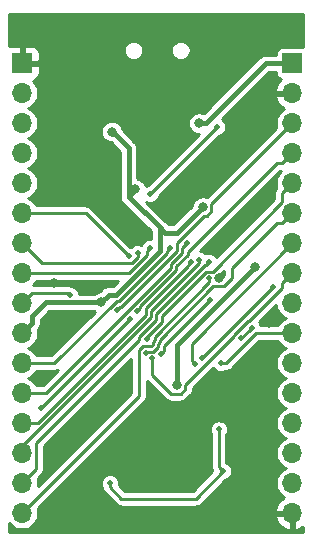
<source format=gbr>
G04 #@! TF.GenerationSoftware,KiCad,Pcbnew,(5.1.5)-3*
G04 #@! TF.CreationDate,2021-02-11T22:25:29+01:00*
G04 #@! TF.ProjectId,20210211_eduino,32303231-3032-4313-915f-656475696e6f,v1.0*
G04 #@! TF.SameCoordinates,Original*
G04 #@! TF.FileFunction,Copper,L4,Bot*
G04 #@! TF.FilePolarity,Positive*
%FSLAX46Y46*%
G04 Gerber Fmt 4.6, Leading zero omitted, Abs format (unit mm)*
G04 Created by KiCad (PCBNEW (5.1.5)-3) date 2021-02-11 22:25:29*
%MOMM*%
%LPD*%
G04 APERTURE LIST*
%ADD10O,1.700000X1.700000*%
%ADD11R,1.700000X1.700000*%
%ADD12C,0.800000*%
%ADD13C,0.500000*%
%ADD14C,0.400000*%
%ADD15C,0.250000*%
%ADD16C,0.254000*%
G04 APERTURE END LIST*
D10*
X160020000Y-130810000D03*
X160020000Y-128270000D03*
X160020000Y-125730000D03*
X160020000Y-123190000D03*
X160020000Y-120650000D03*
X160020000Y-118110000D03*
X160020000Y-115570000D03*
X160020000Y-113030000D03*
X160020000Y-110490000D03*
X160020000Y-107950000D03*
X160020000Y-105410000D03*
X160020000Y-102870000D03*
X160020000Y-100330000D03*
X160020000Y-97790000D03*
X160020000Y-95250000D03*
D11*
X160020000Y-92710000D03*
D10*
X137160000Y-130810000D03*
X137160000Y-128270000D03*
X137160000Y-125730000D03*
X137160000Y-123190000D03*
X137160000Y-120650000D03*
X137160000Y-118110000D03*
X137160000Y-115570000D03*
X137160000Y-113030000D03*
X137160000Y-110490000D03*
X137160000Y-107950000D03*
X137160000Y-105410000D03*
X137160000Y-102870000D03*
X137160000Y-100330000D03*
X137160000Y-97790000D03*
X137160000Y-95250000D03*
D11*
X137160000Y-92710000D03*
D12*
X143827500Y-112966500D03*
X152463500Y-104902000D03*
X146748500Y-103378000D03*
X156870400Y-109931200D03*
X150253610Y-119989600D03*
X144774990Y-98502862D03*
X153873200Y-110896400D03*
X156057600Y-117856000D03*
X150114000Y-126390400D03*
X156514800Y-126800000D03*
X158200000Y-123200000D03*
X147218400Y-122529600D03*
X152200000Y-122600000D03*
X139000000Y-119200000D03*
X141986000Y-123139200D03*
X139903200Y-124968000D03*
X147116800Y-131419600D03*
X149910800Y-131419600D03*
X155041600Y-131419600D03*
X158250000Y-129550000D03*
X141935200Y-131419600D03*
X152908000Y-119837200D03*
X142600000Y-127250000D03*
X147116800Y-126796800D03*
X141427200Y-103581200D03*
X144322800Y-102006400D03*
X142392400Y-100126800D03*
X156667200Y-104902000D03*
X157734000Y-97942400D03*
X157784800Y-95402400D03*
X155700000Y-99950000D03*
X139319000Y-95313500D03*
X157480000Y-90805000D03*
X155300000Y-89500000D03*
X139950000Y-89350000D03*
X143967200Y-91440000D03*
X153162000Y-91440000D03*
X142400000Y-95313500D03*
X154800000Y-93800000D03*
X158800000Y-116800000D03*
X148750000Y-98600000D03*
X139450000Y-114250000D03*
X139850000Y-111350000D03*
X158050000Y-114700000D03*
X139700000Y-131350000D03*
X155550000Y-121100000D03*
X145650000Y-120000000D03*
X138650000Y-116800000D03*
X139400000Y-127250000D03*
X154900000Y-97100000D03*
X159950000Y-89350000D03*
X152146000Y-97790000D03*
D13*
X153098500Y-112776000D03*
X148907500Y-117348000D03*
X153670000Y-98107500D03*
X148001059Y-103782015D03*
X154178000Y-127254000D03*
X153817000Y-123717000D03*
X144615000Y-128285000D03*
X146300000Y-114400000D03*
X138800000Y-121900000D03*
X149665892Y-108402243D03*
X151130000Y-107950000D03*
X151464526Y-109540621D03*
X152178090Y-109388187D03*
X152971501Y-109537500D03*
X153012514Y-110929645D03*
X156600000Y-115100000D03*
X155700000Y-116000000D03*
X147968488Y-108384078D03*
X146950410Y-108784794D03*
X146178798Y-109033787D03*
X153987500Y-118110000D03*
X152400000Y-117665500D03*
X158400000Y-111700000D03*
X151765000Y-118173500D03*
X148177278Y-117719135D03*
X147635902Y-117275369D03*
X147716488Y-116085847D03*
X146923565Y-113707711D03*
X145207529Y-113616522D03*
X141224782Y-112316490D03*
D14*
X150272750Y-107092750D02*
X150082250Y-107092750D01*
X150272750Y-107092750D02*
X152463500Y-104902000D01*
X146177000Y-103949500D02*
X146748500Y-103378000D01*
X146177000Y-104076500D02*
X146177000Y-103949500D01*
X156870400Y-109931200D02*
X150253610Y-116547990D01*
X150253610Y-119423915D02*
X150253610Y-119989600D01*
X150253610Y-116547990D02*
X150253610Y-119423915D01*
X150272750Y-107092750D02*
X149292750Y-107092750D01*
X149292750Y-107092750D02*
X149200000Y-107000000D01*
X149200000Y-107000000D02*
X148800000Y-106600000D01*
X148800000Y-106600000D02*
X146177000Y-104076500D01*
X145174989Y-98902861D02*
X144774990Y-98502862D01*
X146177000Y-104076500D02*
X146177000Y-99904872D01*
X146177000Y-99904872D02*
X145174989Y-98902861D01*
X144487199Y-112306801D02*
X145135490Y-112306801D01*
X143827500Y-112966500D02*
X144487199Y-112306801D01*
X145135490Y-112306801D02*
X148800000Y-108642291D01*
X148800000Y-108642291D02*
X148800000Y-106600000D01*
X143827500Y-112966500D02*
X139183500Y-112966500D01*
X138009999Y-114720001D02*
X137160000Y-115570000D01*
X138009999Y-114140001D02*
X138009999Y-114720001D01*
X139183500Y-112966500D02*
X138009999Y-114140001D01*
X152146000Y-97790000D02*
X152711685Y-97790000D01*
X158770000Y-92710000D02*
X160020000Y-92710000D01*
X157791685Y-92710000D02*
X158770000Y-92710000D01*
X152711685Y-97790000D02*
X157791685Y-92710000D01*
D15*
X152848501Y-113025999D02*
X153098500Y-112776000D01*
X152785001Y-113025999D02*
X152848501Y-113025999D01*
X149157499Y-116653501D02*
X152785001Y-113025999D01*
X149157499Y-117098001D02*
X149157499Y-116653501D01*
X148907500Y-117348000D02*
X149157499Y-117098001D01*
X153670000Y-98107500D02*
X148001059Y-103776441D01*
X148001059Y-103776441D02*
X148001059Y-103782015D01*
X153817000Y-126893000D02*
X154178000Y-127254000D01*
X153817000Y-123717000D02*
X153817000Y-126893000D01*
X146300000Y-114400000D02*
X146050001Y-114649999D01*
X146050001Y-114649999D02*
X138800000Y-121900000D01*
X144615000Y-128285000D02*
X144615000Y-128638553D01*
X151828500Y-129603500D02*
X151900000Y-129600000D01*
X145576447Y-129600000D02*
X151900000Y-129600000D01*
X144615000Y-128638553D02*
X145576447Y-129600000D01*
X151900000Y-129600000D02*
X154178000Y-127254000D01*
X139890500Y-118110000D02*
X145168688Y-112831812D01*
X149415893Y-108652242D02*
X149665892Y-108402243D01*
X137160000Y-118110000D02*
X139890500Y-118110000D01*
X145352956Y-112831812D02*
X149415893Y-108768875D01*
X145168688Y-112831812D02*
X145352956Y-112831812D01*
X149415893Y-108768875D02*
X149415893Y-108652242D01*
X137160000Y-120650000D02*
X139168088Y-120650000D01*
X139168088Y-120650000D02*
X149774531Y-110043557D01*
X149774531Y-109743204D02*
X150731640Y-108786095D01*
X150731640Y-108786095D02*
X150731640Y-108348360D01*
X149774531Y-110043557D02*
X149774531Y-109743204D01*
X150731640Y-108348360D02*
X150880001Y-108199999D01*
X150880001Y-108199999D02*
X151130000Y-107950000D01*
X151214527Y-109790620D02*
X151464526Y-109540621D01*
X151214527Y-109876381D02*
X151214527Y-109790620D01*
X147637500Y-113453408D02*
X151214527Y-109876381D01*
X147637500Y-114041011D02*
X147637500Y-113453408D01*
X138488511Y-123190000D02*
X147637500Y-114041011D01*
X137160000Y-123190000D02*
X138488511Y-123190000D01*
X152178090Y-109640245D02*
X152178090Y-109388187D01*
X148087511Y-113730824D02*
X152178090Y-109640245D01*
X148087511Y-114232399D02*
X148087511Y-113730824D01*
X137160000Y-125159910D02*
X148087511Y-114232399D01*
X137160000Y-125730000D02*
X137160000Y-125159910D01*
X152971501Y-109537500D02*
X152971501Y-109537499D01*
X137160000Y-128270000D02*
X138335001Y-127094999D01*
X138335001Y-127094999D02*
X138335001Y-124875320D01*
X138335001Y-124875320D02*
X147082533Y-116127788D01*
X147082533Y-116127788D02*
X147082533Y-115873789D01*
X147082533Y-115873789D02*
X148537522Y-114418799D01*
X148537522Y-114418799D02*
X148537522Y-113917224D01*
X152667247Y-109787499D02*
X152721502Y-109787499D01*
X148537522Y-113917224D02*
X152667247Y-109787499D01*
X152721502Y-109787499D02*
X152971501Y-109537500D01*
X137160000Y-130810000D02*
X147060900Y-120909100D01*
X147367519Y-116694122D02*
X148098056Y-116694122D01*
X148098056Y-116694122D02*
X148257477Y-116534701D01*
X148257477Y-116534701D02*
X148257477Y-116280701D01*
X148257477Y-116280701D02*
X148381339Y-116156839D01*
X148381339Y-116156839D02*
X148381339Y-115914373D01*
X148381339Y-115914373D02*
X153012514Y-111283198D01*
X153012514Y-111283198D02*
X153012514Y-110929645D01*
X147060900Y-117000741D02*
X147367519Y-116694122D01*
X147060900Y-120909100D02*
X147060900Y-117000741D01*
X156600000Y-115100000D02*
X156350001Y-115349999D01*
X156350001Y-115349999D02*
X155700000Y-116000000D01*
X147718489Y-108634077D02*
X147968488Y-108384078D01*
X147718489Y-108981325D02*
X147718489Y-108634077D01*
X137160000Y-110490000D02*
X146209814Y-110490000D01*
X146209814Y-110490000D02*
X147718489Y-108981325D01*
X146950410Y-109112993D02*
X146950410Y-108784794D01*
X146438423Y-109624980D02*
X146950410Y-109112993D01*
X138834980Y-109624980D02*
X146438423Y-109624980D01*
X137160000Y-107950000D02*
X138834980Y-109624980D01*
X142555011Y-105410000D02*
X146178798Y-109033787D01*
X137160000Y-105410000D02*
X142555011Y-105410000D01*
X156981002Y-115570000D02*
X154441002Y-118110000D01*
X154441002Y-118110000D02*
X154341053Y-118110000D01*
X160020000Y-115570000D02*
X156981002Y-115570000D01*
X154341053Y-118110000D02*
X153987500Y-118110000D01*
X152400000Y-117665500D02*
X158369000Y-111696500D01*
X158369000Y-111696500D02*
X158396500Y-111696500D01*
X158396500Y-111696500D02*
X158400000Y-111700000D01*
X151515001Y-116518499D02*
X151701500Y-116332000D01*
X151515001Y-117923501D02*
X151515001Y-116518499D01*
X151765000Y-118173500D02*
X151515001Y-117923501D01*
X160020000Y-107950000D02*
X151701500Y-116332000D01*
X159170001Y-111339999D02*
X159170001Y-111746501D01*
X150978611Y-119937891D02*
X150978611Y-120337601D01*
X148177278Y-118072688D02*
X148177278Y-117719135D01*
X159170001Y-111746501D02*
X156391503Y-114524999D01*
X150978611Y-120337601D02*
X150601611Y-120714601D01*
X155124999Y-115723999D02*
X155124999Y-115791503D01*
X156391503Y-114524999D02*
X156323999Y-114524999D01*
X155124999Y-115791503D02*
X150978611Y-119937891D01*
X148177278Y-119125880D02*
X148177278Y-118072688D01*
X156323999Y-114524999D02*
X155124999Y-115723999D01*
X149765999Y-120714601D02*
X148177278Y-119125880D01*
X150601611Y-120714601D02*
X149765999Y-120714601D01*
X160020000Y-110490000D02*
X159170001Y-111339999D01*
X160020000Y-105410000D02*
X159170001Y-106259999D01*
X159170001Y-106259999D02*
X158718391Y-106259999D01*
X148831350Y-116147040D02*
X148831350Y-116343239D01*
X147767138Y-117144133D02*
X147635902Y-117275369D01*
X148831350Y-116343239D02*
X148707488Y-116467101D01*
X153356989Y-111621401D02*
X148831350Y-116147040D01*
X148284456Y-117144133D02*
X147767138Y-117144133D01*
X148707488Y-116467101D02*
X148707488Y-116721101D01*
X154221201Y-111621401D02*
X153356989Y-111621401D01*
X148707488Y-116721101D02*
X148284456Y-117144133D01*
X154932624Y-110045766D02*
X154932624Y-110909978D01*
X154932624Y-110909978D02*
X154221201Y-111621401D01*
X158718391Y-106259999D02*
X154932624Y-110045766D01*
X160020000Y-102870000D02*
X159170001Y-103719999D01*
X159170001Y-103719999D02*
X159170001Y-104481999D01*
X159170001Y-104481999D02*
X153297356Y-110354644D01*
X153297356Y-110354644D02*
X152736513Y-110354644D01*
X152736513Y-110354644D02*
X148987533Y-114103624D01*
X148987533Y-114103624D02*
X148987533Y-114605200D01*
X148987533Y-114605200D02*
X147716488Y-115876245D01*
X147716488Y-115876245D02*
X147716488Y-116085847D01*
X151181651Y-108728079D02*
X151181651Y-108972494D01*
X147173564Y-113457712D02*
X146923565Y-113707711D01*
X147173564Y-113280935D02*
X147173564Y-113457712D01*
X150224542Y-110229957D02*
X147173564Y-113280935D01*
X150224542Y-109929603D02*
X150224542Y-110229957D01*
X151181651Y-108972494D02*
X150224542Y-109929603D01*
X158729731Y-101179999D02*
X151181651Y-108728079D01*
X159170001Y-101179999D02*
X158729731Y-101179999D01*
X160020000Y-100330000D02*
X159170001Y-101179999D01*
X153188502Y-105250002D02*
X152811502Y-105627002D01*
X145514801Y-113366523D02*
X145457528Y-113366523D01*
X153188502Y-104621498D02*
X153188502Y-105250002D01*
X160020000Y-97790000D02*
X153188502Y-104621498D01*
X150281629Y-107918371D02*
X150281629Y-108599695D01*
X152811502Y-105627002D02*
X152572998Y-105627002D01*
X152572998Y-105627002D02*
X150281629Y-107918371D01*
X150281629Y-108599695D02*
X145514801Y-113366523D01*
X145457528Y-113366523D02*
X145207529Y-113616522D01*
X137160000Y-113030000D02*
X138009999Y-112180001D01*
X141088293Y-112180001D02*
X141224782Y-112316490D01*
X138009999Y-112180001D02*
X141088293Y-112180001D01*
D16*
G36*
X158799718Y-116222254D02*
G01*
X158950414Y-116447787D01*
X159142213Y-116639586D01*
X159367746Y-116790282D01*
X159487776Y-116840000D01*
X159367746Y-116889718D01*
X159142213Y-117040414D01*
X158950414Y-117232213D01*
X158799718Y-117457746D01*
X158695917Y-117708344D01*
X158643000Y-117974377D01*
X158643000Y-118245623D01*
X158695917Y-118511656D01*
X158799718Y-118762254D01*
X158950414Y-118987787D01*
X159142213Y-119179586D01*
X159367746Y-119330282D01*
X159487776Y-119380000D01*
X159367746Y-119429718D01*
X159142213Y-119580414D01*
X158950414Y-119772213D01*
X158799718Y-119997746D01*
X158695917Y-120248344D01*
X158643000Y-120514377D01*
X158643000Y-120785623D01*
X158695917Y-121051656D01*
X158799718Y-121302254D01*
X158950414Y-121527787D01*
X159142213Y-121719586D01*
X159367746Y-121870282D01*
X159487776Y-121920000D01*
X159367746Y-121969718D01*
X159142213Y-122120414D01*
X158950414Y-122312213D01*
X158799718Y-122537746D01*
X158695917Y-122788344D01*
X158643000Y-123054377D01*
X158643000Y-123325623D01*
X158695917Y-123591656D01*
X158799718Y-123842254D01*
X158950414Y-124067787D01*
X159142213Y-124259586D01*
X159367746Y-124410282D01*
X159487776Y-124460000D01*
X159367746Y-124509718D01*
X159142213Y-124660414D01*
X158950414Y-124852213D01*
X158799718Y-125077746D01*
X158695917Y-125328344D01*
X158643000Y-125594377D01*
X158643000Y-125865623D01*
X158695917Y-126131656D01*
X158799718Y-126382254D01*
X158950414Y-126607787D01*
X159142213Y-126799586D01*
X159367746Y-126950282D01*
X159487776Y-127000000D01*
X159367746Y-127049718D01*
X159142213Y-127200414D01*
X158950414Y-127392213D01*
X158799718Y-127617746D01*
X158695917Y-127868344D01*
X158643000Y-128134377D01*
X158643000Y-128405623D01*
X158695917Y-128671656D01*
X158799718Y-128922254D01*
X158950414Y-129147787D01*
X159142213Y-129339586D01*
X159358308Y-129483975D01*
X159138645Y-129614822D01*
X158922412Y-129809731D01*
X158748359Y-130043080D01*
X158623175Y-130305901D01*
X158578524Y-130453110D01*
X158699845Y-130683000D01*
X159893000Y-130683000D01*
X159893000Y-130663000D01*
X160147000Y-130663000D01*
X160147000Y-130683000D01*
X160167000Y-130683000D01*
X160167000Y-130937000D01*
X160147000Y-130937000D01*
X160147000Y-132130814D01*
X160376891Y-132251481D01*
X160651252Y-132154157D01*
X160901355Y-132005178D01*
X160948001Y-131963132D01*
X160948001Y-132448000D01*
X136052000Y-132448000D01*
X136052000Y-131630296D01*
X136090414Y-131687787D01*
X136282213Y-131879586D01*
X136507746Y-132030282D01*
X136758344Y-132134083D01*
X137024377Y-132187000D01*
X137295623Y-132187000D01*
X137561656Y-132134083D01*
X137812254Y-132030282D01*
X138037787Y-131879586D01*
X138229586Y-131687787D01*
X138380282Y-131462254D01*
X138484083Y-131211656D01*
X138492987Y-131166890D01*
X158578524Y-131166890D01*
X158623175Y-131314099D01*
X158748359Y-131576920D01*
X158922412Y-131810269D01*
X159138645Y-132005178D01*
X159388748Y-132154157D01*
X159663109Y-132251481D01*
X159893000Y-132130814D01*
X159893000Y-130937000D01*
X158699845Y-130937000D01*
X158578524Y-131166890D01*
X138492987Y-131166890D01*
X138537000Y-130945623D01*
X138537000Y-130674377D01*
X138484083Y-130408344D01*
X138483977Y-130408089D01*
X140683594Y-128208472D01*
X143838000Y-128208472D01*
X143838000Y-128361528D01*
X143867859Y-128511643D01*
X143926431Y-128653048D01*
X143967298Y-128714209D01*
X143972435Y-128766367D01*
X144009717Y-128889270D01*
X144070259Y-129002537D01*
X144151737Y-129101817D01*
X144176614Y-129122233D01*
X145092767Y-130038387D01*
X145113183Y-130063264D01*
X145212463Y-130144741D01*
X145325730Y-130205283D01*
X145448632Y-130242565D01*
X145461274Y-130243810D01*
X145544425Y-130252000D01*
X145544432Y-130252000D01*
X145576446Y-130255153D01*
X145608461Y-130252000D01*
X151741485Y-130252000D01*
X151828395Y-130256285D01*
X151888711Y-130253333D01*
X151909633Y-130255083D01*
X151952706Y-130250200D01*
X151963862Y-130249654D01*
X151979771Y-130247297D01*
X152027814Y-130242565D01*
X152032443Y-130241161D01*
X152037249Y-130240616D01*
X152047959Y-130237194D01*
X152059078Y-130235547D01*
X152104516Y-130219298D01*
X152150717Y-130205283D01*
X152154984Y-130203002D01*
X152159589Y-130201531D01*
X152169427Y-130196085D01*
X152180011Y-130192300D01*
X152221401Y-130167502D01*
X152263984Y-130144741D01*
X152267728Y-130141668D01*
X152271954Y-130139329D01*
X152280536Y-130132072D01*
X152290182Y-130126293D01*
X152325942Y-130093893D01*
X152363264Y-130063264D01*
X152373458Y-130050842D01*
X152385360Y-130040059D01*
X152397866Y-130023202D01*
X154350947Y-128011822D01*
X154404643Y-128001141D01*
X154546048Y-127942569D01*
X154673309Y-127857536D01*
X154781536Y-127749309D01*
X154866569Y-127622048D01*
X154925141Y-127480643D01*
X154955000Y-127330528D01*
X154955000Y-127177472D01*
X154925141Y-127027357D01*
X154866569Y-126885952D01*
X154781536Y-126758691D01*
X154673309Y-126650464D01*
X154546048Y-126565431D01*
X154469000Y-126533517D01*
X154469000Y-124139777D01*
X154505569Y-124085048D01*
X154564141Y-123943643D01*
X154594000Y-123793528D01*
X154594000Y-123640472D01*
X154564141Y-123490357D01*
X154505569Y-123348952D01*
X154420536Y-123221691D01*
X154312309Y-123113464D01*
X154185048Y-123028431D01*
X154043643Y-122969859D01*
X153893528Y-122940000D01*
X153740472Y-122940000D01*
X153590357Y-122969859D01*
X153448952Y-123028431D01*
X153321691Y-123113464D01*
X153213464Y-123221691D01*
X153128431Y-123348952D01*
X153069859Y-123490357D01*
X153040000Y-123640472D01*
X153040000Y-123793528D01*
X153069859Y-123943643D01*
X153128431Y-124085048D01*
X153165000Y-124139778D01*
X153165001Y-126860968D01*
X153161846Y-126893000D01*
X153174435Y-127020814D01*
X153211717Y-127143716D01*
X153211718Y-127143717D01*
X153270144Y-127253026D01*
X151624300Y-128948000D01*
X145846514Y-128948000D01*
X145370107Y-128471594D01*
X145392000Y-128361528D01*
X145392000Y-128208472D01*
X145362141Y-128058357D01*
X145303569Y-127916952D01*
X145218536Y-127789691D01*
X145110309Y-127681464D01*
X144983048Y-127596431D01*
X144841643Y-127537859D01*
X144691528Y-127508000D01*
X144538472Y-127508000D01*
X144388357Y-127537859D01*
X144246952Y-127596431D01*
X144119691Y-127681464D01*
X144011464Y-127789691D01*
X143926431Y-127916952D01*
X143867859Y-128058357D01*
X143838000Y-128208472D01*
X140683594Y-128208472D01*
X147499288Y-121392779D01*
X147524164Y-121372364D01*
X147605641Y-121273084D01*
X147666183Y-121159817D01*
X147680305Y-121113263D01*
X147703465Y-121036915D01*
X147716054Y-120909101D01*
X147712900Y-120877079D01*
X147712900Y-119587787D01*
X147714014Y-119589144D01*
X147738897Y-119609565D01*
X149282319Y-121152988D01*
X149302735Y-121177865D01*
X149402015Y-121259342D01*
X149515282Y-121319884D01*
X149576734Y-121338525D01*
X149638184Y-121357166D01*
X149765999Y-121369755D01*
X149798021Y-121366601D01*
X150569589Y-121366601D01*
X150601611Y-121369755D01*
X150633633Y-121366601D01*
X150729425Y-121357166D01*
X150852328Y-121319884D01*
X150965595Y-121259342D01*
X151064875Y-121177865D01*
X151085296Y-121152982D01*
X151416992Y-120821286D01*
X151441875Y-120800865D01*
X151523352Y-120701585D01*
X151583894Y-120588318D01*
X151621176Y-120465415D01*
X151627505Y-120401154D01*
X151633765Y-120337601D01*
X151630611Y-120305579D01*
X151630611Y-120207957D01*
X153323600Y-118514968D01*
X153383964Y-118605309D01*
X153492191Y-118713536D01*
X153619452Y-118798569D01*
X153760857Y-118857141D01*
X153910972Y-118887000D01*
X154064028Y-118887000D01*
X154214143Y-118857141D01*
X154355548Y-118798569D01*
X154410111Y-118762111D01*
X154441002Y-118765154D01*
X154473024Y-118762000D01*
X154568816Y-118752565D01*
X154691719Y-118715283D01*
X154804986Y-118654741D01*
X154904266Y-118573264D01*
X154924687Y-118548381D01*
X157251069Y-116222000D01*
X158799613Y-116222000D01*
X158799718Y-116222254D01*
G37*
X158799718Y-116222254D02*
X158950414Y-116447787D01*
X159142213Y-116639586D01*
X159367746Y-116790282D01*
X159487776Y-116840000D01*
X159367746Y-116889718D01*
X159142213Y-117040414D01*
X158950414Y-117232213D01*
X158799718Y-117457746D01*
X158695917Y-117708344D01*
X158643000Y-117974377D01*
X158643000Y-118245623D01*
X158695917Y-118511656D01*
X158799718Y-118762254D01*
X158950414Y-118987787D01*
X159142213Y-119179586D01*
X159367746Y-119330282D01*
X159487776Y-119380000D01*
X159367746Y-119429718D01*
X159142213Y-119580414D01*
X158950414Y-119772213D01*
X158799718Y-119997746D01*
X158695917Y-120248344D01*
X158643000Y-120514377D01*
X158643000Y-120785623D01*
X158695917Y-121051656D01*
X158799718Y-121302254D01*
X158950414Y-121527787D01*
X159142213Y-121719586D01*
X159367746Y-121870282D01*
X159487776Y-121920000D01*
X159367746Y-121969718D01*
X159142213Y-122120414D01*
X158950414Y-122312213D01*
X158799718Y-122537746D01*
X158695917Y-122788344D01*
X158643000Y-123054377D01*
X158643000Y-123325623D01*
X158695917Y-123591656D01*
X158799718Y-123842254D01*
X158950414Y-124067787D01*
X159142213Y-124259586D01*
X159367746Y-124410282D01*
X159487776Y-124460000D01*
X159367746Y-124509718D01*
X159142213Y-124660414D01*
X158950414Y-124852213D01*
X158799718Y-125077746D01*
X158695917Y-125328344D01*
X158643000Y-125594377D01*
X158643000Y-125865623D01*
X158695917Y-126131656D01*
X158799718Y-126382254D01*
X158950414Y-126607787D01*
X159142213Y-126799586D01*
X159367746Y-126950282D01*
X159487776Y-127000000D01*
X159367746Y-127049718D01*
X159142213Y-127200414D01*
X158950414Y-127392213D01*
X158799718Y-127617746D01*
X158695917Y-127868344D01*
X158643000Y-128134377D01*
X158643000Y-128405623D01*
X158695917Y-128671656D01*
X158799718Y-128922254D01*
X158950414Y-129147787D01*
X159142213Y-129339586D01*
X159358308Y-129483975D01*
X159138645Y-129614822D01*
X158922412Y-129809731D01*
X158748359Y-130043080D01*
X158623175Y-130305901D01*
X158578524Y-130453110D01*
X158699845Y-130683000D01*
X159893000Y-130683000D01*
X159893000Y-130663000D01*
X160147000Y-130663000D01*
X160147000Y-130683000D01*
X160167000Y-130683000D01*
X160167000Y-130937000D01*
X160147000Y-130937000D01*
X160147000Y-132130814D01*
X160376891Y-132251481D01*
X160651252Y-132154157D01*
X160901355Y-132005178D01*
X160948001Y-131963132D01*
X160948001Y-132448000D01*
X136052000Y-132448000D01*
X136052000Y-131630296D01*
X136090414Y-131687787D01*
X136282213Y-131879586D01*
X136507746Y-132030282D01*
X136758344Y-132134083D01*
X137024377Y-132187000D01*
X137295623Y-132187000D01*
X137561656Y-132134083D01*
X137812254Y-132030282D01*
X138037787Y-131879586D01*
X138229586Y-131687787D01*
X138380282Y-131462254D01*
X138484083Y-131211656D01*
X138492987Y-131166890D01*
X158578524Y-131166890D01*
X158623175Y-131314099D01*
X158748359Y-131576920D01*
X158922412Y-131810269D01*
X159138645Y-132005178D01*
X159388748Y-132154157D01*
X159663109Y-132251481D01*
X159893000Y-132130814D01*
X159893000Y-130937000D01*
X158699845Y-130937000D01*
X158578524Y-131166890D01*
X138492987Y-131166890D01*
X138537000Y-130945623D01*
X138537000Y-130674377D01*
X138484083Y-130408344D01*
X138483977Y-130408089D01*
X140683594Y-128208472D01*
X143838000Y-128208472D01*
X143838000Y-128361528D01*
X143867859Y-128511643D01*
X143926431Y-128653048D01*
X143967298Y-128714209D01*
X143972435Y-128766367D01*
X144009717Y-128889270D01*
X144070259Y-129002537D01*
X144151737Y-129101817D01*
X144176614Y-129122233D01*
X145092767Y-130038387D01*
X145113183Y-130063264D01*
X145212463Y-130144741D01*
X145325730Y-130205283D01*
X145448632Y-130242565D01*
X145461274Y-130243810D01*
X145544425Y-130252000D01*
X145544432Y-130252000D01*
X145576446Y-130255153D01*
X145608461Y-130252000D01*
X151741485Y-130252000D01*
X151828395Y-130256285D01*
X151888711Y-130253333D01*
X151909633Y-130255083D01*
X151952706Y-130250200D01*
X151963862Y-130249654D01*
X151979771Y-130247297D01*
X152027814Y-130242565D01*
X152032443Y-130241161D01*
X152037249Y-130240616D01*
X152047959Y-130237194D01*
X152059078Y-130235547D01*
X152104516Y-130219298D01*
X152150717Y-130205283D01*
X152154984Y-130203002D01*
X152159589Y-130201531D01*
X152169427Y-130196085D01*
X152180011Y-130192300D01*
X152221401Y-130167502D01*
X152263984Y-130144741D01*
X152267728Y-130141668D01*
X152271954Y-130139329D01*
X152280536Y-130132072D01*
X152290182Y-130126293D01*
X152325942Y-130093893D01*
X152363264Y-130063264D01*
X152373458Y-130050842D01*
X152385360Y-130040059D01*
X152397866Y-130023202D01*
X154350947Y-128011822D01*
X154404643Y-128001141D01*
X154546048Y-127942569D01*
X154673309Y-127857536D01*
X154781536Y-127749309D01*
X154866569Y-127622048D01*
X154925141Y-127480643D01*
X154955000Y-127330528D01*
X154955000Y-127177472D01*
X154925141Y-127027357D01*
X154866569Y-126885952D01*
X154781536Y-126758691D01*
X154673309Y-126650464D01*
X154546048Y-126565431D01*
X154469000Y-126533517D01*
X154469000Y-124139777D01*
X154505569Y-124085048D01*
X154564141Y-123943643D01*
X154594000Y-123793528D01*
X154594000Y-123640472D01*
X154564141Y-123490357D01*
X154505569Y-123348952D01*
X154420536Y-123221691D01*
X154312309Y-123113464D01*
X154185048Y-123028431D01*
X154043643Y-122969859D01*
X153893528Y-122940000D01*
X153740472Y-122940000D01*
X153590357Y-122969859D01*
X153448952Y-123028431D01*
X153321691Y-123113464D01*
X153213464Y-123221691D01*
X153128431Y-123348952D01*
X153069859Y-123490357D01*
X153040000Y-123640472D01*
X153040000Y-123793528D01*
X153069859Y-123943643D01*
X153128431Y-124085048D01*
X153165000Y-124139778D01*
X153165001Y-126860968D01*
X153161846Y-126893000D01*
X153174435Y-127020814D01*
X153211717Y-127143716D01*
X153211718Y-127143717D01*
X153270144Y-127253026D01*
X151624300Y-128948000D01*
X145846514Y-128948000D01*
X145370107Y-128471594D01*
X145392000Y-128361528D01*
X145392000Y-128208472D01*
X145362141Y-128058357D01*
X145303569Y-127916952D01*
X145218536Y-127789691D01*
X145110309Y-127681464D01*
X144983048Y-127596431D01*
X144841643Y-127537859D01*
X144691528Y-127508000D01*
X144538472Y-127508000D01*
X144388357Y-127537859D01*
X144246952Y-127596431D01*
X144119691Y-127681464D01*
X144011464Y-127789691D01*
X143926431Y-127916952D01*
X143867859Y-128058357D01*
X143838000Y-128208472D01*
X140683594Y-128208472D01*
X147499288Y-121392779D01*
X147524164Y-121372364D01*
X147605641Y-121273084D01*
X147666183Y-121159817D01*
X147680305Y-121113263D01*
X147703465Y-121036915D01*
X147716054Y-120909101D01*
X147712900Y-120877079D01*
X147712900Y-119587787D01*
X147714014Y-119589144D01*
X147738897Y-119609565D01*
X149282319Y-121152988D01*
X149302735Y-121177865D01*
X149402015Y-121259342D01*
X149515282Y-121319884D01*
X149576734Y-121338525D01*
X149638184Y-121357166D01*
X149765999Y-121369755D01*
X149798021Y-121366601D01*
X150569589Y-121366601D01*
X150601611Y-121369755D01*
X150633633Y-121366601D01*
X150729425Y-121357166D01*
X150852328Y-121319884D01*
X150965595Y-121259342D01*
X151064875Y-121177865D01*
X151085296Y-121152982D01*
X151416992Y-120821286D01*
X151441875Y-120800865D01*
X151523352Y-120701585D01*
X151583894Y-120588318D01*
X151621176Y-120465415D01*
X151627505Y-120401154D01*
X151633765Y-120337601D01*
X151630611Y-120305579D01*
X151630611Y-120207957D01*
X153323600Y-118514968D01*
X153383964Y-118605309D01*
X153492191Y-118713536D01*
X153619452Y-118798569D01*
X153760857Y-118857141D01*
X153910972Y-118887000D01*
X154064028Y-118887000D01*
X154214143Y-118857141D01*
X154355548Y-118798569D01*
X154410111Y-118762111D01*
X154441002Y-118765154D01*
X154473024Y-118762000D01*
X154568816Y-118752565D01*
X154691719Y-118715283D01*
X154804986Y-118654741D01*
X154904266Y-118573264D01*
X154924687Y-118548381D01*
X157251069Y-116222000D01*
X158799613Y-116222000D01*
X158799718Y-116222254D01*
G36*
X146408900Y-120639033D02*
G01*
X138510851Y-128537083D01*
X138537000Y-128405623D01*
X138537000Y-128134377D01*
X138484083Y-127868344D01*
X138483977Y-127868089D01*
X138773389Y-127578678D01*
X138798265Y-127558263D01*
X138879742Y-127458983D01*
X138940284Y-127345716D01*
X138944891Y-127330528D01*
X138977566Y-127222814D01*
X138982032Y-127177472D01*
X138987001Y-127127021D01*
X138987001Y-127127014D01*
X138990154Y-127095000D01*
X138987001Y-127062985D01*
X138987001Y-125145386D01*
X146408901Y-117723487D01*
X146408900Y-120639033D01*
G37*
X146408900Y-120639033D02*
X138510851Y-128537083D01*
X138537000Y-128405623D01*
X138537000Y-128134377D01*
X138484083Y-127868344D01*
X138483977Y-127868089D01*
X138773389Y-127578678D01*
X138798265Y-127558263D01*
X138879742Y-127458983D01*
X138940284Y-127345716D01*
X138944891Y-127330528D01*
X138977566Y-127222814D01*
X138982032Y-127177472D01*
X138987001Y-127127021D01*
X138987001Y-127127014D01*
X138990154Y-127095000D01*
X138987001Y-127062985D01*
X138987001Y-125145386D01*
X146408901Y-117723487D01*
X146408900Y-120639033D01*
G36*
X138898022Y-119998000D02*
G01*
X138380387Y-119998000D01*
X138380282Y-119997746D01*
X138229586Y-119772213D01*
X138037787Y-119580414D01*
X137812254Y-119429718D01*
X137692224Y-119380000D01*
X137812254Y-119330282D01*
X138037787Y-119179586D01*
X138229586Y-118987787D01*
X138380282Y-118762254D01*
X138380387Y-118762000D01*
X139858478Y-118762000D01*
X139890500Y-118765154D01*
X139922522Y-118762000D01*
X140018314Y-118752565D01*
X140141217Y-118715283D01*
X140226120Y-118669902D01*
X138898022Y-119998000D01*
G37*
X138898022Y-119998000D02*
X138380387Y-119998000D01*
X138380282Y-119997746D01*
X138229586Y-119772213D01*
X138037787Y-119580414D01*
X137812254Y-119429718D01*
X137692224Y-119380000D01*
X137812254Y-119330282D01*
X138037787Y-119179586D01*
X138229586Y-118987787D01*
X138380282Y-118762254D01*
X138380387Y-118762000D01*
X139858478Y-118762000D01*
X139890500Y-118765154D01*
X139922522Y-118762000D01*
X140018314Y-118752565D01*
X140141217Y-118715283D01*
X140226120Y-118669902D01*
X138898022Y-119998000D01*
G36*
X143329676Y-113748757D02*
G01*
X139620434Y-117458000D01*
X138380387Y-117458000D01*
X138380282Y-117457746D01*
X138229586Y-117232213D01*
X138037787Y-117040414D01*
X137812254Y-116889718D01*
X137692224Y-116840000D01*
X137812254Y-116790282D01*
X138037787Y-116639586D01*
X138229586Y-116447787D01*
X138380282Y-116222254D01*
X138484083Y-115971656D01*
X138537000Y-115705623D01*
X138537000Y-115434377D01*
X138501707Y-115256945D01*
X138526553Y-115236555D01*
X138617402Y-115125854D01*
X138684909Y-114999558D01*
X138709726Y-114917746D01*
X138726479Y-114862519D01*
X138740516Y-114720002D01*
X138736999Y-114684294D01*
X138736999Y-114441133D01*
X139484633Y-113693500D01*
X143246976Y-113693500D01*
X143329676Y-113748757D01*
G37*
X143329676Y-113748757D02*
X139620434Y-117458000D01*
X138380387Y-117458000D01*
X138380282Y-117457746D01*
X138229586Y-117232213D01*
X138037787Y-117040414D01*
X137812254Y-116889718D01*
X137692224Y-116840000D01*
X137812254Y-116790282D01*
X138037787Y-116639586D01*
X138229586Y-116447787D01*
X138380282Y-116222254D01*
X138484083Y-115971656D01*
X138537000Y-115705623D01*
X138537000Y-115434377D01*
X138501707Y-115256945D01*
X138526553Y-115236555D01*
X138617402Y-115125854D01*
X138684909Y-114999558D01*
X138709726Y-114917746D01*
X138726479Y-114862519D01*
X138740516Y-114720002D01*
X138736999Y-114684294D01*
X138736999Y-114441133D01*
X139484633Y-113693500D01*
X143246976Y-113693500D01*
X143329676Y-113748757D01*
G36*
X158695917Y-113431656D02*
G01*
X158799718Y-113682254D01*
X158950414Y-113907787D01*
X159142213Y-114099586D01*
X159367746Y-114250282D01*
X159487776Y-114300000D01*
X159367746Y-114349718D01*
X159142213Y-114500414D01*
X158950414Y-114692213D01*
X158799718Y-114917746D01*
X158799613Y-114918000D01*
X157356021Y-114918000D01*
X157347141Y-114873357D01*
X157288569Y-114731952D01*
X157215689Y-114622879D01*
X158647968Y-113190600D01*
X158695917Y-113431656D01*
G37*
X158695917Y-113431656D02*
X158799718Y-113682254D01*
X158950414Y-113907787D01*
X159142213Y-114099586D01*
X159367746Y-114250282D01*
X159487776Y-114300000D01*
X159367746Y-114349718D01*
X159142213Y-114500414D01*
X158950414Y-114692213D01*
X158799718Y-114917746D01*
X158799613Y-114918000D01*
X157356021Y-114918000D01*
X157347141Y-114873357D01*
X157288569Y-114731952D01*
X157215689Y-114622879D01*
X158647968Y-113190600D01*
X158695917Y-113431656D01*
G36*
X144834358Y-111579801D02*
G01*
X144522904Y-111579801D01*
X144487198Y-111576284D01*
X144451493Y-111579801D01*
X144451491Y-111579801D01*
X144344682Y-111590321D01*
X144207642Y-111631891D01*
X144081346Y-111699398D01*
X143970645Y-111790247D01*
X143947878Y-111817990D01*
X143723926Y-112041941D01*
X143557104Y-112075124D01*
X143388401Y-112145004D01*
X143246976Y-112239500D01*
X142001690Y-112239500D01*
X141971923Y-112089847D01*
X141913351Y-111948442D01*
X141828318Y-111821181D01*
X141720091Y-111712954D01*
X141592830Y-111627921D01*
X141451425Y-111569349D01*
X141301310Y-111539490D01*
X141222878Y-111539490D01*
X141216107Y-111537436D01*
X141120315Y-111528001D01*
X141088293Y-111524847D01*
X141056271Y-111528001D01*
X138069372Y-111528001D01*
X138229586Y-111367787D01*
X138380282Y-111142254D01*
X138380387Y-111142000D01*
X145272159Y-111142000D01*
X144834358Y-111579801D01*
G37*
X144834358Y-111579801D02*
X144522904Y-111579801D01*
X144487198Y-111576284D01*
X144451493Y-111579801D01*
X144451491Y-111579801D01*
X144344682Y-111590321D01*
X144207642Y-111631891D01*
X144081346Y-111699398D01*
X143970645Y-111790247D01*
X143947878Y-111817990D01*
X143723926Y-112041941D01*
X143557104Y-112075124D01*
X143388401Y-112145004D01*
X143246976Y-112239500D01*
X142001690Y-112239500D01*
X141971923Y-112089847D01*
X141913351Y-111948442D01*
X141828318Y-111821181D01*
X141720091Y-111712954D01*
X141592830Y-111627921D01*
X141451425Y-111569349D01*
X141301310Y-111539490D01*
X141222878Y-111539490D01*
X141216107Y-111537436D01*
X141120315Y-111528001D01*
X141088293Y-111524847D01*
X141056271Y-111528001D01*
X138069372Y-111528001D01*
X138229586Y-111367787D01*
X138380282Y-111142254D01*
X138380387Y-111142000D01*
X145272159Y-111142000D01*
X144834358Y-111579801D01*
G36*
X154280624Y-110639911D02*
G01*
X153951135Y-110969401D01*
X153789514Y-110969401D01*
X153789514Y-110853117D01*
X153778240Y-110796438D01*
X153781041Y-110793025D01*
X154280624Y-110293442D01*
X154280624Y-110639911D01*
G37*
X154280624Y-110639911D02*
X153951135Y-110969401D01*
X153789514Y-110969401D01*
X153789514Y-110853117D01*
X153778240Y-110796438D01*
X153781041Y-110793025D01*
X154280624Y-110293442D01*
X154280624Y-110639911D01*
G36*
X158950414Y-101992213D02*
G01*
X158799718Y-102217746D01*
X158695917Y-102468344D01*
X158643000Y-102734377D01*
X158643000Y-103005623D01*
X158695639Y-103270258D01*
X158625260Y-103356016D01*
X158569315Y-103460683D01*
X158564718Y-103469283D01*
X158527436Y-103592185D01*
X158514847Y-103719999D01*
X158518001Y-103752021D01*
X158518001Y-104211932D01*
X153620181Y-109109753D01*
X153575037Y-109042191D01*
X153466810Y-108933964D01*
X153339549Y-108848931D01*
X153198144Y-108790359D01*
X153048029Y-108760500D01*
X152894973Y-108760500D01*
X152744858Y-108790359D01*
X152698365Y-108809617D01*
X152673399Y-108784651D01*
X152546138Y-108699618D01*
X152404733Y-108641046D01*
X152254618Y-108611187D01*
X152220609Y-108611187D01*
X158999798Y-101831999D01*
X159110628Y-101831999D01*
X158950414Y-101992213D01*
G37*
X158950414Y-101992213D02*
X158799718Y-102217746D01*
X158695917Y-102468344D01*
X158643000Y-102734377D01*
X158643000Y-103005623D01*
X158695639Y-103270258D01*
X158625260Y-103356016D01*
X158569315Y-103460683D01*
X158564718Y-103469283D01*
X158527436Y-103592185D01*
X158514847Y-103719999D01*
X158518001Y-103752021D01*
X158518001Y-104211932D01*
X153620181Y-109109753D01*
X153575037Y-109042191D01*
X153466810Y-108933964D01*
X153339549Y-108848931D01*
X153198144Y-108790359D01*
X153048029Y-108760500D01*
X152894973Y-108760500D01*
X152744858Y-108790359D01*
X152698365Y-108809617D01*
X152673399Y-108784651D01*
X152546138Y-108699618D01*
X152404733Y-108641046D01*
X152254618Y-108611187D01*
X152220609Y-108611187D01*
X158999798Y-101831999D01*
X159110628Y-101831999D01*
X158950414Y-101992213D01*
G36*
X160948000Y-91338133D02*
G01*
X160870000Y-91330451D01*
X159170000Y-91330451D01*
X159066690Y-91340626D01*
X158967350Y-91370761D01*
X158875798Y-91419696D01*
X158795552Y-91485552D01*
X158729696Y-91565798D01*
X158680761Y-91657350D01*
X158650626Y-91756690D01*
X158640451Y-91860000D01*
X158640451Y-91983000D01*
X157827393Y-91983000D01*
X157791685Y-91979483D01*
X157649167Y-91993520D01*
X157572650Y-92016731D01*
X157512128Y-92035090D01*
X157385832Y-92102597D01*
X157275131Y-92193446D01*
X157252368Y-92221183D01*
X152528495Y-96945058D01*
X152416396Y-96898624D01*
X152237301Y-96863000D01*
X152054699Y-96863000D01*
X151875604Y-96898624D01*
X151706901Y-96968504D01*
X151555072Y-97069952D01*
X151425952Y-97199072D01*
X151324504Y-97350901D01*
X151254624Y-97519604D01*
X151219000Y-97698699D01*
X151219000Y-97881301D01*
X151254624Y-98060396D01*
X151324504Y-98229099D01*
X151425952Y-98380928D01*
X151555072Y-98510048D01*
X151706901Y-98611496D01*
X151875604Y-98681376D01*
X152054699Y-98717000D01*
X152138433Y-98717000D01*
X147832017Y-103023417D01*
X147774416Y-103034874D01*
X147633865Y-103093092D01*
X147569996Y-102938901D01*
X147468548Y-102787072D01*
X147339428Y-102657952D01*
X147187599Y-102556504D01*
X147018896Y-102486624D01*
X146904000Y-102463770D01*
X146904000Y-99940580D01*
X146907517Y-99904872D01*
X146893480Y-99762354D01*
X146851910Y-99625315D01*
X146826497Y-99577771D01*
X146784403Y-99499019D01*
X146693554Y-99388318D01*
X146665812Y-99365551D01*
X145699549Y-98399289D01*
X145666366Y-98232466D01*
X145596486Y-98063763D01*
X145495038Y-97911934D01*
X145365918Y-97782814D01*
X145214089Y-97681366D01*
X145045386Y-97611486D01*
X144866291Y-97575862D01*
X144683689Y-97575862D01*
X144504594Y-97611486D01*
X144335891Y-97681366D01*
X144184062Y-97782814D01*
X144054942Y-97911934D01*
X143953494Y-98063763D01*
X143883614Y-98232466D01*
X143847990Y-98411561D01*
X143847990Y-98594163D01*
X143883614Y-98773258D01*
X143953494Y-98941961D01*
X144054942Y-99093790D01*
X144184062Y-99222910D01*
X144335891Y-99324358D01*
X144504594Y-99394238D01*
X144671417Y-99427421D01*
X145450001Y-100206006D01*
X145450000Y-103913792D01*
X145446483Y-103949500D01*
X145450000Y-103985208D01*
X145450000Y-104047829D01*
X145446619Y-104090620D01*
X145454191Y-104154763D01*
X145460520Y-104219016D01*
X145462578Y-104225800D01*
X145463409Y-104232840D01*
X145483344Y-104294259D01*
X145502090Y-104356056D01*
X145505432Y-104362308D01*
X145507620Y-104369050D01*
X145539158Y-104425405D01*
X145569597Y-104482352D01*
X145574094Y-104487831D01*
X145577556Y-104494018D01*
X145619464Y-104543116D01*
X145660446Y-104593053D01*
X145693633Y-104620289D01*
X148073001Y-106909400D01*
X148073001Y-107612644D01*
X148045016Y-107607078D01*
X147891960Y-107607078D01*
X147741845Y-107636937D01*
X147600440Y-107695509D01*
X147473179Y-107780542D01*
X147364952Y-107888769D01*
X147279919Y-108016030D01*
X147257210Y-108070855D01*
X147177053Y-108037653D01*
X147026938Y-108007794D01*
X146873882Y-108007794D01*
X146723767Y-108037653D01*
X146582362Y-108096225D01*
X146455101Y-108181258D01*
X146358959Y-108277400D01*
X146340883Y-108273805D01*
X143038696Y-104971619D01*
X143018275Y-104946736D01*
X142918995Y-104865259D01*
X142805728Y-104804717D01*
X142682825Y-104767435D01*
X142587033Y-104758000D01*
X142555011Y-104754846D01*
X142522989Y-104758000D01*
X138380387Y-104758000D01*
X138380282Y-104757746D01*
X138229586Y-104532213D01*
X138037787Y-104340414D01*
X137812254Y-104189718D01*
X137692224Y-104140000D01*
X137812254Y-104090282D01*
X138037787Y-103939586D01*
X138229586Y-103747787D01*
X138380282Y-103522254D01*
X138484083Y-103271656D01*
X138537000Y-103005623D01*
X138537000Y-102734377D01*
X138484083Y-102468344D01*
X138380282Y-102217746D01*
X138229586Y-101992213D01*
X138037787Y-101800414D01*
X137812254Y-101649718D01*
X137692224Y-101600000D01*
X137812254Y-101550282D01*
X138037787Y-101399586D01*
X138229586Y-101207787D01*
X138380282Y-100982254D01*
X138484083Y-100731656D01*
X138537000Y-100465623D01*
X138537000Y-100194377D01*
X138484083Y-99928344D01*
X138380282Y-99677746D01*
X138229586Y-99452213D01*
X138037787Y-99260414D01*
X137812254Y-99109718D01*
X137692224Y-99060000D01*
X137812254Y-99010282D01*
X138037787Y-98859586D01*
X138229586Y-98667787D01*
X138380282Y-98442254D01*
X138484083Y-98191656D01*
X138537000Y-97925623D01*
X138537000Y-97654377D01*
X138484083Y-97388344D01*
X138380282Y-97137746D01*
X138229586Y-96912213D01*
X138037787Y-96720414D01*
X137812254Y-96569718D01*
X137692224Y-96520000D01*
X137812254Y-96470282D01*
X138037787Y-96319586D01*
X138229586Y-96127787D01*
X138380282Y-95902254D01*
X138484083Y-95651656D01*
X138537000Y-95385623D01*
X138537000Y-95114377D01*
X138484083Y-94848344D01*
X138380282Y-94597746D01*
X138229586Y-94372213D01*
X138051370Y-94193997D01*
X138134482Y-94185812D01*
X138254180Y-94149502D01*
X138364494Y-94090537D01*
X138461185Y-94011185D01*
X138540537Y-93914494D01*
X138599502Y-93804180D01*
X138635812Y-93684482D01*
X138648072Y-93560000D01*
X138645000Y-92995750D01*
X138486250Y-92837000D01*
X137287000Y-92837000D01*
X137287000Y-92857000D01*
X137033000Y-92857000D01*
X137033000Y-92837000D01*
X137013000Y-92837000D01*
X137013000Y-92583000D01*
X137033000Y-92583000D01*
X137033000Y-91383750D01*
X137287000Y-91383750D01*
X137287000Y-92583000D01*
X138486250Y-92583000D01*
X138645000Y-92424250D01*
X138648072Y-91860000D01*
X138635812Y-91735518D01*
X138599502Y-91615820D01*
X138560872Y-91543548D01*
X145773000Y-91543548D01*
X145773000Y-91706452D01*
X145804782Y-91866227D01*
X145867123Y-92016731D01*
X145957628Y-92152181D01*
X146072819Y-92267372D01*
X146208269Y-92357877D01*
X146358773Y-92420218D01*
X146518548Y-92452000D01*
X146681452Y-92452000D01*
X146841227Y-92420218D01*
X146991731Y-92357877D01*
X147127181Y-92267372D01*
X147242372Y-92152181D01*
X147332877Y-92016731D01*
X147395218Y-91866227D01*
X147427000Y-91706452D01*
X147427000Y-91543548D01*
X149773000Y-91543548D01*
X149773000Y-91706452D01*
X149804782Y-91866227D01*
X149867123Y-92016731D01*
X149957628Y-92152181D01*
X150072819Y-92267372D01*
X150208269Y-92357877D01*
X150358773Y-92420218D01*
X150518548Y-92452000D01*
X150681452Y-92452000D01*
X150841227Y-92420218D01*
X150991731Y-92357877D01*
X151127181Y-92267372D01*
X151242372Y-92152181D01*
X151332877Y-92016731D01*
X151395218Y-91866227D01*
X151427000Y-91706452D01*
X151427000Y-91543548D01*
X151395218Y-91383773D01*
X151332877Y-91233269D01*
X151242372Y-91097819D01*
X151127181Y-90982628D01*
X150991731Y-90892123D01*
X150841227Y-90829782D01*
X150681452Y-90798000D01*
X150518548Y-90798000D01*
X150358773Y-90829782D01*
X150208269Y-90892123D01*
X150072819Y-90982628D01*
X149957628Y-91097819D01*
X149867123Y-91233269D01*
X149804782Y-91383773D01*
X149773000Y-91543548D01*
X147427000Y-91543548D01*
X147395218Y-91383773D01*
X147332877Y-91233269D01*
X147242372Y-91097819D01*
X147127181Y-90982628D01*
X146991731Y-90892123D01*
X146841227Y-90829782D01*
X146681452Y-90798000D01*
X146518548Y-90798000D01*
X146358773Y-90829782D01*
X146208269Y-90892123D01*
X146072819Y-90982628D01*
X145957628Y-91097819D01*
X145867123Y-91233269D01*
X145804782Y-91383773D01*
X145773000Y-91543548D01*
X138560872Y-91543548D01*
X138540537Y-91505506D01*
X138461185Y-91408815D01*
X138364494Y-91329463D01*
X138254180Y-91270498D01*
X138134482Y-91234188D01*
X138010000Y-91221928D01*
X137445750Y-91225000D01*
X137287000Y-91383750D01*
X137033000Y-91383750D01*
X136874250Y-91225000D01*
X136310000Y-91221928D01*
X136185518Y-91234188D01*
X136065820Y-91270498D01*
X136052000Y-91277885D01*
X136052000Y-88552000D01*
X160948000Y-88552000D01*
X160948000Y-91338133D01*
G37*
X160948000Y-91338133D02*
X160870000Y-91330451D01*
X159170000Y-91330451D01*
X159066690Y-91340626D01*
X158967350Y-91370761D01*
X158875798Y-91419696D01*
X158795552Y-91485552D01*
X158729696Y-91565798D01*
X158680761Y-91657350D01*
X158650626Y-91756690D01*
X158640451Y-91860000D01*
X158640451Y-91983000D01*
X157827393Y-91983000D01*
X157791685Y-91979483D01*
X157649167Y-91993520D01*
X157572650Y-92016731D01*
X157512128Y-92035090D01*
X157385832Y-92102597D01*
X157275131Y-92193446D01*
X157252368Y-92221183D01*
X152528495Y-96945058D01*
X152416396Y-96898624D01*
X152237301Y-96863000D01*
X152054699Y-96863000D01*
X151875604Y-96898624D01*
X151706901Y-96968504D01*
X151555072Y-97069952D01*
X151425952Y-97199072D01*
X151324504Y-97350901D01*
X151254624Y-97519604D01*
X151219000Y-97698699D01*
X151219000Y-97881301D01*
X151254624Y-98060396D01*
X151324504Y-98229099D01*
X151425952Y-98380928D01*
X151555072Y-98510048D01*
X151706901Y-98611496D01*
X151875604Y-98681376D01*
X152054699Y-98717000D01*
X152138433Y-98717000D01*
X147832017Y-103023417D01*
X147774416Y-103034874D01*
X147633865Y-103093092D01*
X147569996Y-102938901D01*
X147468548Y-102787072D01*
X147339428Y-102657952D01*
X147187599Y-102556504D01*
X147018896Y-102486624D01*
X146904000Y-102463770D01*
X146904000Y-99940580D01*
X146907517Y-99904872D01*
X146893480Y-99762354D01*
X146851910Y-99625315D01*
X146826497Y-99577771D01*
X146784403Y-99499019D01*
X146693554Y-99388318D01*
X146665812Y-99365551D01*
X145699549Y-98399289D01*
X145666366Y-98232466D01*
X145596486Y-98063763D01*
X145495038Y-97911934D01*
X145365918Y-97782814D01*
X145214089Y-97681366D01*
X145045386Y-97611486D01*
X144866291Y-97575862D01*
X144683689Y-97575862D01*
X144504594Y-97611486D01*
X144335891Y-97681366D01*
X144184062Y-97782814D01*
X144054942Y-97911934D01*
X143953494Y-98063763D01*
X143883614Y-98232466D01*
X143847990Y-98411561D01*
X143847990Y-98594163D01*
X143883614Y-98773258D01*
X143953494Y-98941961D01*
X144054942Y-99093790D01*
X144184062Y-99222910D01*
X144335891Y-99324358D01*
X144504594Y-99394238D01*
X144671417Y-99427421D01*
X145450001Y-100206006D01*
X145450000Y-103913792D01*
X145446483Y-103949500D01*
X145450000Y-103985208D01*
X145450000Y-104047829D01*
X145446619Y-104090620D01*
X145454191Y-104154763D01*
X145460520Y-104219016D01*
X145462578Y-104225800D01*
X145463409Y-104232840D01*
X145483344Y-104294259D01*
X145502090Y-104356056D01*
X145505432Y-104362308D01*
X145507620Y-104369050D01*
X145539158Y-104425405D01*
X145569597Y-104482352D01*
X145574094Y-104487831D01*
X145577556Y-104494018D01*
X145619464Y-104543116D01*
X145660446Y-104593053D01*
X145693633Y-104620289D01*
X148073001Y-106909400D01*
X148073001Y-107612644D01*
X148045016Y-107607078D01*
X147891960Y-107607078D01*
X147741845Y-107636937D01*
X147600440Y-107695509D01*
X147473179Y-107780542D01*
X147364952Y-107888769D01*
X147279919Y-108016030D01*
X147257210Y-108070855D01*
X147177053Y-108037653D01*
X147026938Y-108007794D01*
X146873882Y-108007794D01*
X146723767Y-108037653D01*
X146582362Y-108096225D01*
X146455101Y-108181258D01*
X146358959Y-108277400D01*
X146340883Y-108273805D01*
X143038696Y-104971619D01*
X143018275Y-104946736D01*
X142918995Y-104865259D01*
X142805728Y-104804717D01*
X142682825Y-104767435D01*
X142587033Y-104758000D01*
X142555011Y-104754846D01*
X142522989Y-104758000D01*
X138380387Y-104758000D01*
X138380282Y-104757746D01*
X138229586Y-104532213D01*
X138037787Y-104340414D01*
X137812254Y-104189718D01*
X137692224Y-104140000D01*
X137812254Y-104090282D01*
X138037787Y-103939586D01*
X138229586Y-103747787D01*
X138380282Y-103522254D01*
X138484083Y-103271656D01*
X138537000Y-103005623D01*
X138537000Y-102734377D01*
X138484083Y-102468344D01*
X138380282Y-102217746D01*
X138229586Y-101992213D01*
X138037787Y-101800414D01*
X137812254Y-101649718D01*
X137692224Y-101600000D01*
X137812254Y-101550282D01*
X138037787Y-101399586D01*
X138229586Y-101207787D01*
X138380282Y-100982254D01*
X138484083Y-100731656D01*
X138537000Y-100465623D01*
X138537000Y-100194377D01*
X138484083Y-99928344D01*
X138380282Y-99677746D01*
X138229586Y-99452213D01*
X138037787Y-99260414D01*
X137812254Y-99109718D01*
X137692224Y-99060000D01*
X137812254Y-99010282D01*
X138037787Y-98859586D01*
X138229586Y-98667787D01*
X138380282Y-98442254D01*
X138484083Y-98191656D01*
X138537000Y-97925623D01*
X138537000Y-97654377D01*
X138484083Y-97388344D01*
X138380282Y-97137746D01*
X138229586Y-96912213D01*
X138037787Y-96720414D01*
X137812254Y-96569718D01*
X137692224Y-96520000D01*
X137812254Y-96470282D01*
X138037787Y-96319586D01*
X138229586Y-96127787D01*
X138380282Y-95902254D01*
X138484083Y-95651656D01*
X138537000Y-95385623D01*
X138537000Y-95114377D01*
X138484083Y-94848344D01*
X138380282Y-94597746D01*
X138229586Y-94372213D01*
X138051370Y-94193997D01*
X138134482Y-94185812D01*
X138254180Y-94149502D01*
X138364494Y-94090537D01*
X138461185Y-94011185D01*
X138540537Y-93914494D01*
X138599502Y-93804180D01*
X138635812Y-93684482D01*
X138648072Y-93560000D01*
X138645000Y-92995750D01*
X138486250Y-92837000D01*
X137287000Y-92837000D01*
X137287000Y-92857000D01*
X137033000Y-92857000D01*
X137033000Y-92837000D01*
X137013000Y-92837000D01*
X137013000Y-92583000D01*
X137033000Y-92583000D01*
X137033000Y-91383750D01*
X137287000Y-91383750D01*
X137287000Y-92583000D01*
X138486250Y-92583000D01*
X138645000Y-92424250D01*
X138648072Y-91860000D01*
X138635812Y-91735518D01*
X138599502Y-91615820D01*
X138560872Y-91543548D01*
X145773000Y-91543548D01*
X145773000Y-91706452D01*
X145804782Y-91866227D01*
X145867123Y-92016731D01*
X145957628Y-92152181D01*
X146072819Y-92267372D01*
X146208269Y-92357877D01*
X146358773Y-92420218D01*
X146518548Y-92452000D01*
X146681452Y-92452000D01*
X146841227Y-92420218D01*
X146991731Y-92357877D01*
X147127181Y-92267372D01*
X147242372Y-92152181D01*
X147332877Y-92016731D01*
X147395218Y-91866227D01*
X147427000Y-91706452D01*
X147427000Y-91543548D01*
X149773000Y-91543548D01*
X149773000Y-91706452D01*
X149804782Y-91866227D01*
X149867123Y-92016731D01*
X149957628Y-92152181D01*
X150072819Y-92267372D01*
X150208269Y-92357877D01*
X150358773Y-92420218D01*
X150518548Y-92452000D01*
X150681452Y-92452000D01*
X150841227Y-92420218D01*
X150991731Y-92357877D01*
X151127181Y-92267372D01*
X151242372Y-92152181D01*
X151332877Y-92016731D01*
X151395218Y-91866227D01*
X151427000Y-91706452D01*
X151427000Y-91543548D01*
X151395218Y-91383773D01*
X151332877Y-91233269D01*
X151242372Y-91097819D01*
X151127181Y-90982628D01*
X150991731Y-90892123D01*
X150841227Y-90829782D01*
X150681452Y-90798000D01*
X150518548Y-90798000D01*
X150358773Y-90829782D01*
X150208269Y-90892123D01*
X150072819Y-90982628D01*
X149957628Y-91097819D01*
X149867123Y-91233269D01*
X149804782Y-91383773D01*
X149773000Y-91543548D01*
X147427000Y-91543548D01*
X147395218Y-91383773D01*
X147332877Y-91233269D01*
X147242372Y-91097819D01*
X147127181Y-90982628D01*
X146991731Y-90892123D01*
X146841227Y-90829782D01*
X146681452Y-90798000D01*
X146518548Y-90798000D01*
X146358773Y-90829782D01*
X146208269Y-90892123D01*
X146072819Y-90982628D01*
X145957628Y-91097819D01*
X145867123Y-91233269D01*
X145804782Y-91383773D01*
X145773000Y-91543548D01*
X138560872Y-91543548D01*
X138540537Y-91505506D01*
X138461185Y-91408815D01*
X138364494Y-91329463D01*
X138254180Y-91270498D01*
X138134482Y-91234188D01*
X138010000Y-91221928D01*
X137445750Y-91225000D01*
X137287000Y-91383750D01*
X137033000Y-91383750D01*
X136874250Y-91225000D01*
X136310000Y-91221928D01*
X136185518Y-91234188D01*
X136065820Y-91270498D01*
X136052000Y-91277885D01*
X136052000Y-88552000D01*
X160948000Y-88552000D01*
X160948000Y-91338133D01*
G36*
X158640451Y-93560000D02*
G01*
X158650626Y-93663310D01*
X158680761Y-93762650D01*
X158729696Y-93854202D01*
X158795552Y-93934448D01*
X158875798Y-94000304D01*
X158967350Y-94049239D01*
X159066690Y-94079374D01*
X159107002Y-94083344D01*
X158922412Y-94249731D01*
X158748359Y-94483080D01*
X158623175Y-94745901D01*
X158578524Y-94893110D01*
X158699845Y-95123000D01*
X159893000Y-95123000D01*
X159893000Y-95103000D01*
X160147000Y-95103000D01*
X160147000Y-95123000D01*
X160167000Y-95123000D01*
X160167000Y-95377000D01*
X160147000Y-95377000D01*
X160147000Y-95397000D01*
X159893000Y-95397000D01*
X159893000Y-95377000D01*
X158699845Y-95377000D01*
X158578524Y-95606890D01*
X158623175Y-95754099D01*
X158748359Y-96016920D01*
X158922412Y-96250269D01*
X159138645Y-96445178D01*
X159358308Y-96576025D01*
X159142213Y-96720414D01*
X158950414Y-96912213D01*
X158799718Y-97137746D01*
X158695917Y-97388344D01*
X158643000Y-97654377D01*
X158643000Y-97925623D01*
X158695917Y-98191656D01*
X158696022Y-98191911D01*
X152835305Y-104052629D01*
X152733896Y-104010624D01*
X152554801Y-103975000D01*
X152372199Y-103975000D01*
X152193104Y-104010624D01*
X152024401Y-104080504D01*
X151872572Y-104181952D01*
X151743452Y-104311072D01*
X151642004Y-104462901D01*
X151572124Y-104631604D01*
X151538941Y-104798426D01*
X149971618Y-106365750D01*
X149593882Y-106365750D01*
X149339326Y-106111194D01*
X149316554Y-106083446D01*
X149283369Y-106056212D01*
X147636891Y-104472191D01*
X147774416Y-104529156D01*
X147924531Y-104559015D01*
X148077587Y-104559015D01*
X148227702Y-104529156D01*
X148369107Y-104470584D01*
X148496368Y-104385551D01*
X148604595Y-104277324D01*
X148689628Y-104150063D01*
X148748200Y-104008658D01*
X148762425Y-103937141D01*
X153832085Y-98867482D01*
X153896643Y-98854641D01*
X154038048Y-98796069D01*
X154165309Y-98711036D01*
X154273536Y-98602809D01*
X154358569Y-98475548D01*
X154417141Y-98334143D01*
X154447000Y-98184028D01*
X154447000Y-98030972D01*
X154417141Y-97880857D01*
X154358569Y-97739452D01*
X154273536Y-97612191D01*
X154165309Y-97503964D01*
X154081711Y-97448106D01*
X158092819Y-93437000D01*
X158640451Y-93437000D01*
X158640451Y-93560000D01*
G37*
X158640451Y-93560000D02*
X158650626Y-93663310D01*
X158680761Y-93762650D01*
X158729696Y-93854202D01*
X158795552Y-93934448D01*
X158875798Y-94000304D01*
X158967350Y-94049239D01*
X159066690Y-94079374D01*
X159107002Y-94083344D01*
X158922412Y-94249731D01*
X158748359Y-94483080D01*
X158623175Y-94745901D01*
X158578524Y-94893110D01*
X158699845Y-95123000D01*
X159893000Y-95123000D01*
X159893000Y-95103000D01*
X160147000Y-95103000D01*
X160147000Y-95123000D01*
X160167000Y-95123000D01*
X160167000Y-95377000D01*
X160147000Y-95377000D01*
X160147000Y-95397000D01*
X159893000Y-95397000D01*
X159893000Y-95377000D01*
X158699845Y-95377000D01*
X158578524Y-95606890D01*
X158623175Y-95754099D01*
X158748359Y-96016920D01*
X158922412Y-96250269D01*
X159138645Y-96445178D01*
X159358308Y-96576025D01*
X159142213Y-96720414D01*
X158950414Y-96912213D01*
X158799718Y-97137746D01*
X158695917Y-97388344D01*
X158643000Y-97654377D01*
X158643000Y-97925623D01*
X158695917Y-98191656D01*
X158696022Y-98191911D01*
X152835305Y-104052629D01*
X152733896Y-104010624D01*
X152554801Y-103975000D01*
X152372199Y-103975000D01*
X152193104Y-104010624D01*
X152024401Y-104080504D01*
X151872572Y-104181952D01*
X151743452Y-104311072D01*
X151642004Y-104462901D01*
X151572124Y-104631604D01*
X151538941Y-104798426D01*
X149971618Y-106365750D01*
X149593882Y-106365750D01*
X149339326Y-106111194D01*
X149316554Y-106083446D01*
X149283369Y-106056212D01*
X147636891Y-104472191D01*
X147774416Y-104529156D01*
X147924531Y-104559015D01*
X148077587Y-104559015D01*
X148227702Y-104529156D01*
X148369107Y-104470584D01*
X148496368Y-104385551D01*
X148604595Y-104277324D01*
X148689628Y-104150063D01*
X148748200Y-104008658D01*
X148762425Y-103937141D01*
X153832085Y-98867482D01*
X153896643Y-98854641D01*
X154038048Y-98796069D01*
X154165309Y-98711036D01*
X154273536Y-98602809D01*
X154358569Y-98475548D01*
X154417141Y-98334143D01*
X154447000Y-98184028D01*
X154447000Y-98030972D01*
X154417141Y-97880857D01*
X154358569Y-97739452D01*
X154273536Y-97612191D01*
X154165309Y-97503964D01*
X154081711Y-97448106D01*
X158092819Y-93437000D01*
X158640451Y-93437000D01*
X158640451Y-93560000D01*
M02*

</source>
